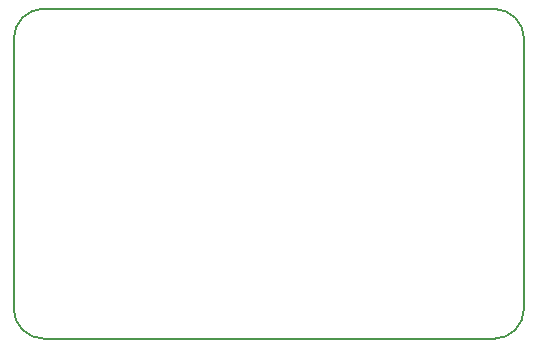
<source format=gko>
%TF.GenerationSoftware,KiCad,Pcbnew,4.0.5-e0-6337~49~ubuntu16.04.1*%
%TF.CreationDate,2017-02-23T19:58:10-08:00*%
%TF.ProjectId,fgpmmopa6h-gps-breakout,6667706D6D6F706136682D6770732D62,v1.0*%
%TF.FileFunction,Profile,NP*%
%FSLAX46Y46*%
G04 Gerber Fmt 4.6, Leading zero omitted, Abs format (unit mm)*
G04 Created by KiCad (PCBNEW 4.0.5-e0-6337~49~ubuntu16.04.1) date Thu Feb 23 19:58:10 2017*
%MOMM*%
%LPD*%
G01*
G04 APERTURE LIST*
%ADD10C,0.350000*%
%ADD11C,0.152400*%
G04 APERTURE END LIST*
D10*
D11*
X171475400Y-104152700D02*
X171475400Y-81292700D01*
X130810000Y-106680000D02*
X168986200Y-106680000D01*
X128270000Y-81280000D02*
X128270000Y-104140000D01*
X168986200Y-78740000D02*
X130810000Y-78740000D01*
X171475400Y-81292700D02*
G75*
G03X168935400Y-78752700I-2540000J0D01*
G01*
X168935400Y-106692700D02*
G75*
G03X171475400Y-104152700I0J2540000D01*
G01*
X128270000Y-104140000D02*
G75*
G03X130810000Y-106680000I2540000J0D01*
G01*
X130810000Y-78740000D02*
G75*
G03X128270000Y-81280000I0J-2540000D01*
G01*
M02*

</source>
